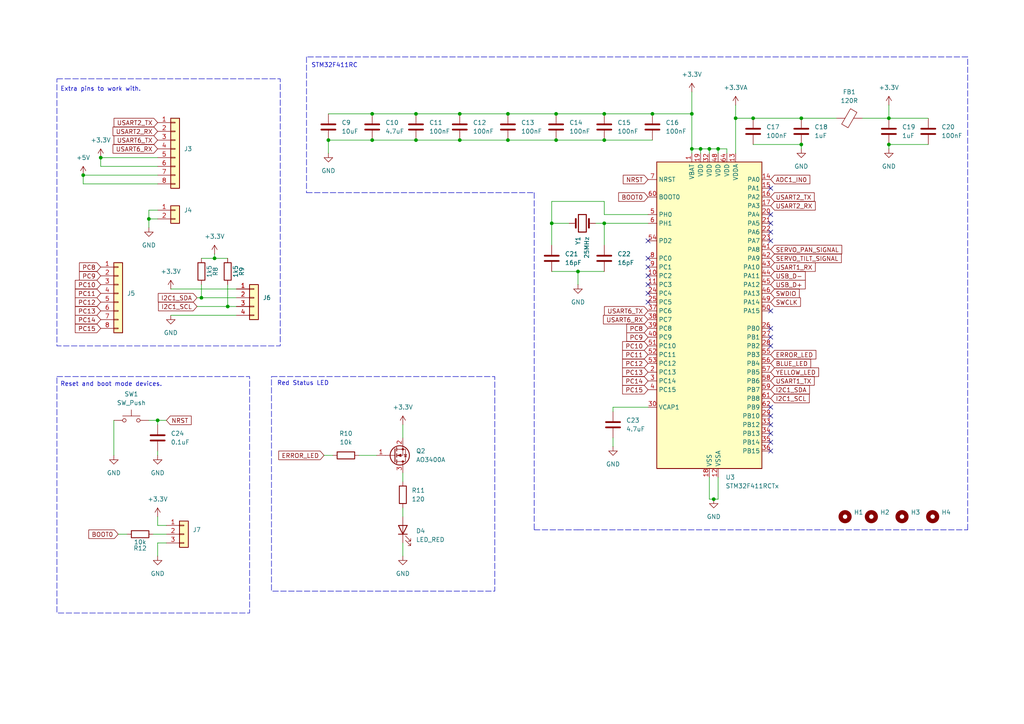
<source format=kicad_sch>
(kicad_sch (version 20250114) (generator "eeschema") (generator_version "9.0")
  (paper "A4")
  (title_block (title "Main STM32F411") (date "2025-09-15") (rev "R1.0") (company "Cedric Roghi"))
  (lib_symbols
    (symbol "Connector_Generic:Conn_01x02" (pin_names (offset 1.016) (hide yes))
      (property "Reference" "J" (at 0 2.54 0))
      (property "Value" "Conn_01x02" (at 0 -5.08 0))
      (symbol "Conn_01x02_1_1"
        (rectangle (start -1.27 1.27) (end 1.27 -3.81) (stroke (width 0.254)) (fill (type background)))
        (rectangle (start -1.27 0.127) (end 0 -0.127) (stroke (width 0.1524)))
        (rectangle (start -1.27 -2.413) (end 0 -2.667) (stroke (width 0.1524)))
        (pin passive line (at -5.08 0 0) (length 3.81) (name "Pin_1") (number "1"))
        (pin passive line (at -5.08 -2.54 0) (length 3.81) (name "Pin_2") (number "2"))
      )
    )
    (symbol "Connector_Generic:Conn_01x03" (pin_names (offset 1.016) (hide yes))
      (property "Reference" "J" (at 0 5.08 0))
      (property "Value" "Conn_01x03" (at 0 -5.08 0))
      (symbol "Conn_01x03_1_1"
        (rectangle (start -1.27 3.81) (end 1.27 -3.81) (stroke (width 0.254)) (fill (type background)))
        (rectangle (start -1.27 2.667) (end 0 2.413) (stroke (width 0.1524)))
        (rectangle (start -1.27 0.127) (end 0 -0.127) (stroke (width 0.1524)))
        (rectangle (start -1.27 -2.413) (end 0 -2.667) (stroke (width 0.1524)))
        (pin passive line (at -5.08 2.54 0) (length 3.81) (name "Pin_1") (number "1"))
        (pin passive line (at -5.08 0 0) (length 3.81) (name "Pin_2") (number "2"))
        (pin passive line (at -5.08 -2.54 0) (length 3.81) (name "Pin_3") (number "3"))
      )
    )
    (symbol "Connector_Generic:Conn_01x04" (pin_names (offset 1.016) (hide yes))
      (property "Reference" "J" (at 0 5.08 0))
      (property "Value" "Conn_01x04" (at 0 -7.62 0))
      (symbol "Conn_01x04_1_1"
        (rectangle (start -1.27 3.81) (end 1.27 -6.35) (stroke (width 0.254)) (fill (type background)))
        (rectangle (start -1.27 2.667) (end 0 2.413) (stroke (width 0.1524)))
        (rectangle (start -1.27 0.127) (end 0 -0.127) (stroke (width 0.1524)))
        (rectangle (start -1.27 -2.413) (end 0 -2.667) (stroke (width 0.1524)))
        (rectangle (start -1.27 -4.953) (end 0 -5.207) (stroke (width 0.1524)))
        (pin passive line (at -5.08 2.54 0) (length 3.81) (name "Pin_1") (number "1"))
        (pin passive line (at -5.08 0 0) (length 3.81) (name "Pin_2") (number "2"))
        (pin passive line (at -5.08 -2.54 0) (length 3.81) (name "Pin_3") (number "3"))
        (pin passive line (at -5.08 -5.08 0) (length 3.81) (name "Pin_4") (number "4"))
      )
    )
    (symbol "Connector_Generic:Conn_01x08" (pin_names (offset 1.016) (hide yes))
      (property "Reference" "J" (at 0 10.16 0))
      (property "Value" "Conn_01x08" (at 0 -12.7 0))
      (symbol "Conn_01x08_1_1"
        (rectangle (start -1.27 8.89) (end 1.27 -11.43) (stroke (width 0.254)) (fill (type background)))
        (rectangle (start -1.27 7.747) (end 0 7.493) (stroke (width 0.1524)))
        (rectangle (start -1.27 5.207) (end 0 4.953) (stroke (width 0.1524)))
        (rectangle (start -1.27 2.667) (end 0 2.413) (stroke (width 0.1524)))
        (rectangle (start -1.27 0.127) (end 0 -0.127) (stroke (width 0.1524)))
        (rectangle (start -1.27 -2.413) (end 0 -2.667) (stroke (width 0.1524)))
        (rectangle (start -1.27 -4.953) (end 0 -5.207) (stroke (width 0.1524)))
        (rectangle (start -1.27 -7.493) (end 0 -7.747) (stroke (width 0.1524)))
        (rectangle (start -1.27 -10.033) (end 0 -10.287) (stroke (width 0.1524)))
        (pin passive line (at -5.08 7.62 0) (length 3.81) (name "Pin_1") (number "1"))
        (pin passive line (at -5.08 5.08 0) (length 3.81) (name "Pin_2") (number "2"))
        (pin passive line (at -5.08 2.54 0) (length 3.81) (name "Pin_3") (number "3"))
        (pin passive line (at -5.08 0 0) (length 3.81) (name "Pin_4") (number "4"))
        (pin passive line (at -5.08 -2.54 0) (length 3.81) (name "Pin_5") (number "5"))
        (pin passive line (at -5.08 -5.08 0) (length 3.81) (name "Pin_6") (number "6"))
        (pin passive line (at -5.08 -7.62 0) (length 3.81) (name "Pin_7") (number "7"))
        (pin passive line (at -5.08 -10.16 0) (length 3.81) (name "Pin_8") (number "8"))
      )
    )
    (symbol "Device:C" (pin_numbers (hide yes)) (pin_names (offset 0.254))
      (property "Reference" "C" (at 0.635 2.54 0))
      (property "Value" "C" (at 0.635 -2.54 0))
      (symbol "C_0_1"
        (polyline (pts (xy -2.032 0.762) (xy 2.032 0.762)) (stroke (width 0.508)))
        (polyline (pts (xy -2.032 -0.762) (xy 2.032 -0.762)) (stroke (width 0.508)))
      )
      (symbol "C_1_1"
        (pin passive line (at 0 3.81 270) (length 2.794) (name "~") (number "1"))
        (pin passive line (at 0 -3.81 90) (length 2.794) (name "~") (number "2"))
      )
    )
    (symbol "Device:Crystal" (pin_numbers (hide yes)) (pin_names (offset 1.016) (hide yes))
      (property "Reference" "Y" (at 0 3.81 0))
      (property "Value" "Crystal" (at 0 -3.81 0))
      (symbol "Crystal_0_1"
        (polyline (pts (xy -2.54 0) (xy -1.905 0)))
        (polyline (pts (xy -1.905 -1.27) (xy -1.905 1.27)) (stroke (width 0.508)))
        (rectangle (start -1.143 2.54) (end 1.143 -2.54) (stroke (width 0.3048)))
        (polyline (pts (xy 1.905 -1.27) (xy 1.905 1.27)) (stroke (width 0.508)))
        (polyline (pts (xy 2.54 0) (xy 1.905 0)))
      )
      (symbol "Crystal_1_1"
        (pin passive line (at -3.81 0 0) (length 1.27) (name "1") (number "1"))
        (pin passive line (at 3.81 0 180) (length 1.27) (name "2") (number "2"))
      )
    )
    (symbol "Device:FerriteBead" (pin_numbers (hide yes)) (pin_names (offset 0))
      (property "Reference" "FB" (at -3.81 0.635 90))
      (property "Value" "FerriteBead" (at 3.81 0 90))
      (symbol "FerriteBead_0_1"
        (polyline (pts (xy -2.7686 0.4064) (xy -1.7018 2.2606) (xy 2.7686 -0.3048) (xy 1.6764 -2.159) (xy -2.7686 0.4064)))
        (polyline (pts (xy 0 1.27) (xy 0 1.2954)))
        (polyline (pts (xy 0 -1.27) (xy 0 -1.2192)))
      )
      (symbol "FerriteBead_1_1"
        (pin passive line (at 0 3.81 270) (length 2.54) (name "~") (number "1"))
        (pin passive line (at 0 -3.81 90) (length 2.54) (name "~") (number "2"))
      )
    )
    (symbol "Device:LED" (pin_numbers (hide yes)) (pin_names (offset 1.016) (hide yes))
      (property "Reference" "D" (at 0 2.54 0))
      (property "Value" "LED" (at 0 -2.54 0))
      (symbol "LED_0_1"
        (polyline (pts (xy -3.048 -0.762) (xy -4.572 -2.286) (xy -3.81 -2.286) (xy -4.572 -2.286) (xy -4.572 -1.524)))
        (polyline (pts (xy -1.778 -0.762) (xy -3.302 -2.286) (xy -2.54 -2.286) (xy -3.302 -2.286) (xy -3.302 -1.524)))
        (polyline (pts (xy -1.27 0) (xy 1.27 0)))
        (polyline (pts (xy -1.27 -1.27) (xy -1.27 1.27)) (stroke (width 0.254)))
        (polyline (pts (xy 1.27 -1.27) (xy 1.27 1.27) (xy -1.27 0) (xy 1.27 -1.27)) (stroke (width 0.254)))
      )
      (symbol "LED_1_1"
        (pin passive line (at -3.81 0 0) (length 2.54) (name "K") (number "1"))
        (pin passive line (at 3.81 0 180) (length 2.54) (name "A") (number "2"))
      )
    )
    (symbol "Device:R" (pin_numbers (hide yes)) (pin_names (offset 0))
      (property "Reference" "R" (at 2.032 0 90))
      (property "Value" "R" (at 0 0 90))
      (symbol "R_0_1"
        (rectangle (start -1.016 -2.54) (end 1.016 2.54) (stroke (width 0.254)))
      )
      (symbol "R_1_1"
        (pin passive line (at 0 3.81 270) (length 1.27) (name "~") (number "1"))
        (pin passive line (at 0 -3.81 90) (length 1.27) (name "~") (number "2"))
      )
    )
    (symbol "MCU_ST_STM32F4:STM32F411RCTx"
      (property "Reference" "U" (at -15.24 46.99 0))
      (property "Value" "STM32F411RCTx" (at 10.16 46.99 0))
      (symbol "STM32F411RCTx_0_1"
        (rectangle (start -15.24 -43.18) (end 15.24 45.72) (stroke (width 0.254)) (fill (type background)))
      )
      (symbol "STM32F411RCTx_1_1"
        (pin input line (at -17.78 40.64 0) (length 2.54) (name "NRST") (number "7"))
        (pin input line (at -17.78 35.56 0) (length 2.54) (name "BOOT0") (number "60"))
        (pin bidirectional line (at -17.78 30.48 0) (length 2.54) (name "PH0") (number "5"))
        (pin bidirectional line (at -17.78 27.94 0) (length 2.54) (name "PH1") (number "6"))
        (pin bidirectional line (at -17.78 22.86 0) (length 2.54) (name "PD2") (number "54"))
        (pin bidirectional line (at -17.78 17.78 0) (length 2.54) (name "PC0") (number "8"))
        (pin bidirectional line (at -17.78 15.24 0) (length 2.54) (name "PC1") (number "9"))
        (pin bidirectional line (at -17.78 12.7 0) (length 2.54) (name "PC2") (number "10"))
        (pin bidirectional line (at -17.78 10.16 0) (length 2.54) (name "PC3") (number "11"))
        (pin bidirectional line (at -17.78 7.62 0) (length 2.54) (name "PC4") (number "24"))
        (pin bidirectional line (at -17.78 5.08 0) (length 2.54) (name "PC5") (number "25"))
        (pin bidirectional line (at -17.78 2.54 0) (length 2.54) (name "PC6") (number "37"))
        (pin bidirectional line (at -17.78 0 0) (length 2.54) (name "PC7") (number "38"))
        (pin bidirectional line (at -17.78 -2.54 0) (length 2.54) (name "PC8") (number "39"))
        (pin bidirectional line (at -17.78 -5.08 0) (length 2.54) (name "PC9") (number "40"))
        (pin bidirectional line (at -17.78 -7.62 0) (length 2.54) (name "PC10") (number "51"))
        (pin bidirectional line (at -17.78 -10.16 0) (length 2.54) (name "PC11") (number "52"))
        (pin bidirectional line (at -17.78 -12.7 0) (length 2.54) (name "PC12") (number "53"))
        (pin bidirectional line (at -17.78 -15.24 0) (length 2.54) (name "PC13") (number "2"))
        (pin bidirectional line (at -17.78 -17.78 0) (length 2.54) (name "PC14") (number "3"))
        (pin bidirectional line (at -17.78 -20.32 0) (length 2.54) (name "PC15") (number "4"))
        (pin power_out line (at -17.78 -25.4 0) (length 2.54) (name "VCAP1") (number "30"))
        (pin power_in line (at -5.08 48.26 270) (length 2.54) (name "VBAT") (number "1"))
        (pin power_in line (at -2.54 48.26 270) (length 2.54) (name "VDD") (number "19"))
        (pin power_in line (at 0 48.26 270) (length 2.54) (name "VDD") (number "32"))
        (pin power_in line (at 0 -45.72 90) (length 2.54) (name "VSS") (number "18"))
        (pin passive line (at 0 -45.72 90) (length 2.54) (hide yes) (name "VSS") (number "31"))
        (pin passive line (at 0 -45.72 90) (length 2.54) (hide yes) (name "VSS") (number "47"))
        (pin passive line (at 0 -45.72 90) (length 2.54) (hide yes) (name "VSS") (number "63"))
        (pin power_in line (at 2.54 48.26 270) (length 2.54) (name "VDD") (number "48"))
        (pin power_in line (at 2.54 -45.72 90) (length 2.54) (name "VSSA") (number "12"))
        (pin power_in line (at 5.08 48.26 270) (length 2.54) (name "VDD") (number "64"))
        (pin power_in line (at 7.62 48.26 270) (length 2.54) (name "VDDA") (number "13"))
        (pin bidirectional line (at 17.78 40.64 180) (length 2.54) (name "PA0") (number "14"))
        (pin bidirectional line (at 17.78 38.1 180) (length 2.54) (name "PA1") (number "15"))
        (pin bidirectional line (at 17.78 35.56 180) (length 2.54) (name "PA2") (number "16"))
        (pin bidirectional line (at 17.78 33.02 180) (length 2.54) (name "PA3") (number "17"))
        (pin bidirectional line (at 17.78 30.48 180) (length 2.54) (name "PA4") (number "20"))
        (pin bidirectional line (at 17.78 27.94 180) (length 2.54) (name "PA5") (number "21"))
        (pin bidirectional line (at 17.78 25.4 180) (length 2.54) (name "PA6") (number "22"))
        (pin bidirectional line (at 17.78 22.86 180) (length 2.54) (name "PA7") (number "23"))
        (pin bidirectional line (at 17.78 20.32 180) (length 2.54) (name "PA8") (number "41"))
        (pin bidirectional line (at 17.78 17.78 180) (length 2.54) (name "PA9") (number "42"))
        (pin bidirectional line (at 17.78 15.24 180) (length 2.54) (name "PA10") (number "43"))
        (pin bidirectional line (at 17.78 12.7 180) (length 2.54) (name "PA11") (number "44"))
        (pin bidirectional line (at 17.78 10.16 180) (length 2.54) (name "PA12") (number "45"))
        (pin bidirectional line (at 17.78 7.62 180) (length 2.54) (name "PA13") (number "46"))
        (pin bidirectional line (at 17.78 5.08 180) (length 2.54) (name "PA14") (number "49"))
        (pin bidirectional line (at 17.78 2.54 180) (length 2.54) (name "PA15") (number "50"))
        (pin bidirectional line (at 17.78 -2.54 180) (length 2.54) (name "PB0") (number "26"))
        (pin bidirectional line (at 17.78 -5.08 180) (length 2.54) (name "PB1") (number "27"))
        (pin bidirectional line (at 17.78 -7.62 180) (length 2.54) (name "PB2") (number "28"))
        (pin bidirectional line (at 17.78 -10.16 180) (length 2.54) (name "PB3") (number "55"))
        (pin bidirectional line (at 17.78 -12.7 180) (length 2.54) (name "PB4") (number "56"))
        (pin bidirectional line (at 17.78 -15.24 180) (length 2.54) (name "PB5") (number "57"))
        (pin bidirectional line (at 17.78 -17.78 180) (length 2.54) (name "PB6") (number "58"))
        (pin bidirectional line (at 17.78 -20.32 180) (length 2.54) (name "PB7") (number "59"))
        (pin bidirectional line (at 17.78 -22.86 180) (length 2.54) (name "PB8") (number "61"))
        (pin bidirectional line (at 17.78 -25.4 180) (length 2.54) (name "PB9") (number "62"))
        (pin bidirectional line (at 17.78 -27.94 180) (length 2.54) (name "PB10") (number "29"))
        (pin bidirectional line (at 17.78 -30.48 180) (length 2.54) (name "PB12") (number "33"))
        (pin bidirectional line (at 17.78 -33.02 180) (length 2.54) (name "PB13") (number "34"))
        (pin bidirectional line (at 17.78 -35.56 180) (length 2.54) (name "PB14") (number "35"))
        (pin bidirectional line (at 17.78 -38.1 180) (length 2.54) (name "PB15") (number "36"))
      )
    )
    (symbol "Mechanical:MountingHole" (pin_names (offset 1.016)) (in_bom no)
      (property "Reference" "H" (at 0 5.08 0))
      (property "Value" "MountingHole" (at 0 3.175 0))
      (symbol "MountingHole_0_1"
        (circle (center 0 0) (radius 1.27) (stroke (width 1.27)))
      )
    )
    (symbol "Switch:SW_Push" (pin_numbers (hide yes)) (pin_names (offset 1.016) (hide yes))
      (property "Reference" "SW" (at 1.27 2.54 0))
      (property "Value" "SW_Push" (at 0 -1.524 0))
      (symbol "SW_Push_0_1"
        (circle (center -2.032 0) (radius 0.508))
        (polyline (pts (xy 0 1.27) (xy 0 3.048)))
        (circle (center 2.032 0) (radius 0.508))
        (polyline (pts (xy 2.54 1.27) (xy -2.54 1.27)))
        (pin passive line (at -5.08 0 0) (length 2.54) (name "1") (number "1"))
        (pin passive line (at 5.08 0 180) (length 2.54) (name "2") (number "2"))
      )
    )
    (symbol "Transistor_FET:AO3400A" (pin_names (offset 0) (hide yes))
      (property "Reference" "Q" (at 5.08 1.905 0))
      (property "Value" "AO3400A" (at 5.08 0 0))
      (symbol "AO3400A_0_1"
        (polyline (pts (xy 0.254 1.905) (xy 0.254 -1.905)) (stroke (width 0.254)))
        (polyline (pts (xy 0.254 0) (xy -2.54 0)))
        (polyline (pts (xy 0.762 2.286) (xy 0.762 1.27)) (stroke (width 0.254)))
        (polyline (pts (xy 0.762 0.508) (xy 0.762 -0.508)) (stroke (width 0.254)))
        (polyline (pts (xy 0.762 -1.27) (xy 0.762 -2.286)) (stroke (width 0.254)))
        (polyline (pts (xy 0.762 -1.778) (xy 3.302 -1.778) (xy 3.302 1.778) (xy 0.762 1.778)))
        (polyline (pts (xy 1.016 0) (xy 2.032 0.381) (xy 2.032 -0.381) (xy 1.016 0)) (fill (type outline)))
        (circle (center 1.651 0) (radius 2.794) (stroke (width 0.254)))
        (polyline (pts (xy 2.54 2.54) (xy 2.54 1.778)))
        (circle (center 2.54 1.778) (radius 0.254) (fill (type outline)))
        (circle (center 2.54 -1.778) (radius 0.254) (fill (type outline)))
        (polyline (pts (xy 2.54 -2.54) (xy 2.54 0) (xy 0.762 0)))
        (polyline (pts (xy 2.921 0.381) (xy 3.683 0.381)))
        (polyline (pts (xy 3.302 0.381) (xy 2.921 -0.254) (xy 3.683 -0.254) (xy 3.302 0.381)))
      )
      (symbol "AO3400A_1_1"
        (pin input line (at -5.08 0 0) (length 2.54) (name "G") (number "1"))
        (pin passive line (at 2.54 5.08 270) (length 2.54) (name "D") (number "3"))
        (pin passive line (at 2.54 -5.08 90) (length 2.54) (name "S") (number "2"))
      )
    )
    (symbol "power:+3.3V" (power) (pin_numbers (hide yes)) (pin_names (offset 0) (hide yes))
      (property "Value" "+3.3V" (at 0 3.556 0))
      (symbol "+3.3V_0_1"
        (polyline (pts (xy -0.762 1.27) (xy 0 2.54)))
        (polyline (pts (xy 0 2.54) (xy 0.762 1.27)))
        (polyline (pts (xy 0 0) (xy 0 2.54)))
      )
      (symbol "+3.3V_1_1"
        (pin power_in line (at 0 0 90) (length 0) (name "~") (number "1"))
      )
    )
    (symbol "power:+3.3VA" (power) (pin_numbers (hide yes)) (pin_names (offset 0) (hide yes))
      (property "Value" "+3.3VA" (at 0 3.556 0))
      (symbol "+3.3VA_0_1"
        (polyline (pts (xy -0.762 1.27) (xy 0 2.54)))
        (polyline (pts (xy 0 2.54) (xy 0.762 1.27)))
        (polyline (pts (xy 0 0) (xy 0 2.54)))
      )
      (symbol "+3.3VA_1_1"
        (pin power_in line (at 0 0 90) (length 0) (name "~") (number "1"))
      )
    )
    (symbol "power:+5V" (power) (pin_numbers (hide yes)) (pin_names (offset 0) (hide yes))
      (property "Value" "+5V" (at 0 3.556 0))
      (symbol "+5V_0_1"
        (polyline (pts (xy -0.762 1.27) (xy 0 2.54)))
        (polyline (pts (xy 0 2.54) (xy 0.762 1.27)))
        (polyline (pts (xy 0 0) (xy 0 2.54)))
      )
      (symbol "+5V_1_1"
        (pin power_in line (at 0 0 90) (length 0) (name "~") (number "1"))
      )
    )
    (symbol "power:GND" (power) (pin_numbers (hide yes)) (pin_names (offset 0) (hide yes))
      (property "Value" "GND" (at 0 -3.81 0))
      (symbol "GND_0_1"
        (polyline (pts (xy 0 0) (xy 0 -1.27) (xy 1.27 -1.27) (xy 0 -2.54) (xy -1.27 -1.27) (xy 0 -1.27)))
      )
      (symbol "GND_1_1"
        (pin power_in line (at 0 0 270) (length 0) (name "~") (number "1"))
      )
    )
  )
  (rectangle (start 78.74 109.22) (end 143.51 171.45) (stroke (width 0) (type dash)))
  (rectangle (start 16.51 109.22) (end 72.39 177.8) (stroke (width 0) (type dash)))
  (rectangle (start 16.51 22.86) (end 81.28 100.33) (stroke (width 0) (type dash)))
  (text "Extra pins to work with." (at 29.21 25.908 0) (effects (font (size 1.27 1.27))))
  (text "Red Status LED" (at 87.884 111.252 0) (effects (font (size 1.27 1.27))))
  (text "STM32F411RC" (at 97.028 19.05 0) (effects (font (size 1.27 1.27))))
  (text "Reset and boot mode devices." (at 32.258 111.506 0) (effects (font (size 1.27 1.27))))
  (junction (at 161.29 33.02))
  (junction (at 167.64 78.74))
  (junction (at 58.42 86.36))
  (junction (at 257.81 41.91))
  (junction (at 147.32 33.02))
  (junction (at 24.13 50.8))
  (junction (at 120.65 40.64))
  (junction (at 147.32 40.64))
  (junction (at 232.41 34.29))
  (junction (at 45.72 121.92))
  (junction (at 175.26 40.64))
  (junction (at 200.66 33.02))
  (junction (at 62.23 74.93))
  (junction (at 257.81 34.29))
  (junction (at 189.23 33.02))
  (junction (at 205.74 43.18))
  (junction (at 66.04 88.9))
  (junction (at 175.26 64.77))
  (junction (at 160.02 64.77))
  (junction (at 200.66 43.18))
  (junction (at 120.65 33.02))
  (junction (at 213.36 34.29))
  (junction (at 208.28 43.18))
  (junction (at 161.29 40.64))
  (junction (at 203.2 43.18))
  (junction (at 107.95 33.02))
  (junction (at 107.95 40.64))
  (junction (at 29.21 45.72))
  (junction (at 207.01 144.78))
  (junction (at 133.35 33.02))
  (junction (at 95.25 40.64))
  (junction (at 232.41 41.91))
  (junction (at 133.35 40.64))
  (junction (at 43.18 63.5))
  (junction (at 175.26 33.02))
  (junction (at 218.44 34.29))
  (no_connect (at 223.52 69.85))
  (no_connect (at 187.96 80.01))
  (no_connect (at 187.96 82.55))
  (no_connect (at 223.52 123.19))
  (no_connect (at 223.52 90.17))
  (no_connect (at 223.52 67.31))
  (no_connect (at 223.52 118.11))
  (no_connect (at 187.96 85.09))
  (no_connect (at 187.96 74.93))
  (no_connect (at 223.52 62.23))
  (no_connect (at 223.52 64.77))
  (no_connect (at 223.52 120.65))
  (no_connect (at 223.52 100.33))
  (no_connect (at 187.96 69.85))
  (no_connect (at 223.52 97.79))
  (no_connect (at 223.52 128.27))
  (no_connect (at 187.96 77.47))
  (no_connect (at 223.52 130.81))
  (no_connect (at 223.52 95.25))
  (no_connect (at 223.52 125.73))
  (no_connect (at 187.96 87.63))
  (no_connect (at 223.52 54.61))
  (wire (pts (xy 161.29 33.02) (xy 175.26 33.02)))
  (wire (pts (xy 95.25 40.64) (xy 95.25 44.45)))
  (wire (pts (xy 45.72 53.34) (xy 24.13 53.34)))
  (wire (pts (xy 66.04 74.93) (xy 62.23 74.93)))
  (polyline (pts (xy 154.94 55.88) (xy 154.94 153.67)) (stroke (width 0) (type dash)))
  (wire (pts (xy 175.26 64.77) (xy 175.26 71.12)))
  (wire (pts (xy 257.81 30.48) (xy 257.81 34.29)))
  (wire (pts (xy 45.72 130.81) (xy 45.72 132.08)))
  (wire (pts (xy 116.84 157.48) (xy 116.84 161.29)))
  (wire (pts (xy 203.2 43.18) (xy 200.66 43.18)))
  (wire (pts (xy 160.02 64.77) (xy 160.02 71.12)))
  (wire (pts (xy 232.41 41.91) (xy 232.41 43.18)))
  (wire (pts (xy 49.53 91.44) (xy 68.58 91.44)))
  (wire (pts (xy 120.65 33.02) (xy 133.35 33.02)))
  (wire (pts (xy 107.95 40.64) (xy 120.65 40.64)))
  (wire (pts (xy 208.28 43.18) (xy 208.28 44.45)))
  (wire (pts (xy 213.36 34.29) (xy 213.36 44.45)))
  (wire (pts (xy 189.23 33.02) (xy 200.66 33.02)))
  (wire (pts (xy 33.02 121.92) (xy 33.02 132.08)))
  (wire (pts (xy 120.65 40.64) (xy 133.35 40.64)))
  (wire (pts (xy 147.32 33.02) (xy 161.29 33.02)))
  (wire (pts (xy 175.26 58.42) (xy 160.02 58.42)))
  (wire (pts (xy 116.84 123.19) (xy 116.84 127)))
  (polyline (pts (xy 167.64 153.67) (xy 280.67 153.67)) (stroke (width 0) (type dash)))
  (wire (pts (xy 187.96 62.23) (xy 175.26 62.23)))
  (wire (pts (xy 175.26 62.23) (xy 175.26 58.42)))
  (wire (pts (xy 29.21 48.26) (xy 29.21 45.72)))
  (wire (pts (xy 187.96 118.11) (xy 177.8 118.11)))
  (wire (pts (xy 48.26 152.4) (xy 45.72 152.4)))
  (wire (pts (xy 43.18 63.5) (xy 43.18 66.04)))
  (wire (pts (xy 43.18 121.92) (xy 45.72 121.92)))
  (wire (pts (xy 257.81 41.91) (xy 269.24 41.91)))
  (wire (pts (xy 43.18 60.96) (xy 43.18 63.5)))
  (polyline (pts (xy 154.94 153.67) (xy 167.64 153.67)) (stroke (width 0) (type dash)))
  (wire (pts (xy 45.72 152.4) (xy 45.72 149.86)))
  (wire (pts (xy 232.41 34.29) (xy 242.57 34.29)))
  (wire (pts (xy 116.84 137.16) (xy 116.84 139.7)))
  (wire (pts (xy 147.32 40.64) (xy 161.29 40.64)))
  (wire (pts (xy 29.21 45.72) (xy 45.72 45.72)))
  (wire (pts (xy 213.36 34.29) (xy 218.44 34.29)))
  (wire (pts (xy 175.26 40.64) (xy 189.23 40.64)))
  (wire (pts (xy 175.26 33.02) (xy 189.23 33.02)))
  (wire (pts (xy 175.26 64.77) (xy 187.96 64.77)))
  (wire (pts (xy 107.95 33.02) (xy 120.65 33.02)))
  (wire (pts (xy 45.72 63.5) (xy 43.18 63.5)))
  (wire (pts (xy 48.26 157.48) (xy 45.72 157.48)))
  (wire (pts (xy 200.66 43.18) (xy 200.66 44.45)))
  (wire (pts (xy 133.35 33.02) (xy 147.32 33.02)))
  (wire (pts (xy 45.72 121.92) (xy 45.72 123.19)))
  (wire (pts (xy 208.28 138.43) (xy 208.28 144.78)))
  (wire (pts (xy 104.14 132.08) (xy 109.22 132.08)))
  (wire (pts (xy 24.13 50.8) (xy 45.72 50.8)))
  (wire (pts (xy 160.02 64.77) (xy 165.1 64.77)))
  (wire (pts (xy 58.42 74.93) (xy 62.23 74.93)))
  (wire (pts (xy 172.72 64.77) (xy 175.26 64.77)))
  (wire (pts (xy 66.04 88.9) (xy 68.58 88.9)))
  (wire (pts (xy 177.8 127) (xy 177.8 129.54)))
  (wire (pts (xy 58.42 82.55) (xy 58.42 86.36)))
  (wire (pts (xy 218.44 41.91) (xy 232.41 41.91)))
  (wire (pts (xy 160.02 58.42) (xy 160.02 64.77)))
  (wire (pts (xy 205.74 43.18) (xy 205.74 44.45)))
  (wire (pts (xy 250.19 34.29) (xy 257.81 34.29)))
  (wire (pts (xy 95.25 33.02) (xy 107.95 33.02)))
  (wire (pts (xy 177.8 118.11) (xy 177.8 119.38)))
  (wire (pts (xy 93.98 132.08) (xy 96.52 132.08)))
  (wire (pts (xy 203.2 43.18) (xy 203.2 44.45)))
  (wire (pts (xy 160.02 78.74) (xy 167.64 78.74)))
  (wire (pts (xy 45.72 157.48) (xy 45.72 161.29)))
  (polyline (pts (xy 280.67 16.51) (xy 88.9 16.51)) (stroke (width 0) (type dash)))
  (polyline (pts (xy 280.67 153.67) (xy 280.67 16.51)) (stroke (width 0) (type dash)))
  (wire (pts (xy 36.83 154.94) (xy 34.29 154.94)))
  (wire (pts (xy 45.72 60.96) (xy 43.18 60.96)))
  (wire (pts (xy 116.84 147.32) (xy 116.84 149.86)))
  (wire (pts (xy 205.74 43.18) (xy 203.2 43.18)))
  (polyline (pts (xy 88.9 55.88) (xy 154.94 55.88)) (stroke (width 0) (type dash)))
  (wire (pts (xy 205.74 138.43) (xy 205.74 144.78)))
  (wire (pts (xy 210.82 43.18) (xy 208.28 43.18)))
  (wire (pts (xy 58.42 86.36) (xy 68.58 86.36)))
  (wire (pts (xy 49.53 83.82) (xy 68.58 83.82)))
  (wire (pts (xy 208.28 43.18) (xy 205.74 43.18)))
  (wire (pts (xy 200.66 33.02) (xy 200.66 43.18)))
  (wire (pts (xy 218.44 34.29) (xy 232.41 34.29)))
  (wire (pts (xy 66.04 82.55) (xy 66.04 88.9)))
  (wire (pts (xy 213.36 30.48) (xy 213.36 34.29)))
  (wire (pts (xy 62.23 74.93) (xy 62.23 73.66)))
  (wire (pts (xy 208.28 144.78) (xy 207.01 144.78)))
  (wire (pts (xy 133.35 40.64) (xy 147.32 40.64)))
  (wire (pts (xy 57.15 86.36) (xy 58.42 86.36)))
  (wire (pts (xy 57.15 88.9) (xy 66.04 88.9)))
  (wire (pts (xy 257.81 34.29) (xy 269.24 34.29)))
  (wire (pts (xy 210.82 44.45) (xy 210.82 43.18)))
  (wire (pts (xy 167.64 78.74) (xy 167.64 82.55)))
  (wire (pts (xy 95.25 40.64) (xy 107.95 40.64)))
  (wire (pts (xy 205.74 144.78) (xy 207.01 144.78)))
  (wire (pts (xy 175.26 78.74) (xy 167.64 78.74)))
  (wire (pts (xy 161.29 40.64) (xy 175.26 40.64)))
  (wire (pts (xy 200.66 26.67) (xy 200.66 33.02)))
  (wire (pts (xy 24.13 53.34) (xy 24.13 50.8)))
  (wire (pts (xy 45.72 48.26) (xy 29.21 48.26)))
  (polyline (pts (xy 88.9 16.51) (xy 88.9 55.88)) (stroke (width 0) (type dash)))
  (wire (pts (xy 45.72 121.92) (xy 48.26 121.92)))
  (wire (pts (xy 257.81 41.91) (xy 257.81 43.18)))
  (wire (pts (xy 44.45 154.94) (xy 48.26 154.94)))
  (global_label "PC13" (shape input) (at 29.21 90.17 180) (property "Intersheetrefs" "${INTERSHEET_REFS}" (effects (hide yes))))
  (global_label "USART6_TX" (shape input) (at 45.72 40.64 180) (property "Intersheetrefs" "${INTERSHEET_REFS}" (effects (hide yes))))
  (global_label "USART1_TX" (shape input) (at 223.52 110.49 0) (property "Intersheetrefs" "${INTERSHEET_REFS}" (effects (hide yes))))
  (global_label "USART2_RX" (shape input) (at 45.72 38.1 180) (property "Intersheetrefs" "${INTERSHEET_REFS}" (effects (hide yes))))
  (global_label "USB_D-" (shape input) (at 223.52 80.01 0) (property "Intersheetrefs" "${INTERSHEET_REFS}" (effects (hide yes))))
  (global_label "PC10" (shape input) (at 29.21 82.55 180) (property "Intersheetrefs" "${INTERSHEET_REFS}" (effects (hide yes))))
  (global_label "PC12" (shape input) (at 29.21 87.63 180) (property "Intersheetrefs" "${INTERSHEET_REFS}" (effects (hide yes))))
  (global_label "I2C1_SCL" (shape input) (at 223.52 115.57 0) (property "Intersheetrefs" "${INTERSHEET_REFS}" (effects (hide yes))))
  (global_label "PC14" (shape input) (at 187.96 110.49 180) (property "Intersheetrefs" "${INTERSHEET_REFS}" (effects (hide yes))))
  (global_label "PC15" (shape input) (at 29.21 95.25 180) (property "Intersheetrefs" "${INTERSHEET_REFS}" (effects (hide yes))))
  (global_label "USART6_TX" (shape input) (at 187.96 90.17 180) (property "Intersheetrefs" "${INTERSHEET_REFS}" (effects (hide yes))))
  (global_label "PC8" (shape input) (at 29.21 77.47 180) (property "Intersheetrefs" "${INTERSHEET_REFS}" (effects (hide yes))))
  (global_label "PC14" (shape input) (at 29.21 92.71 180) (property "Intersheetrefs" "${INTERSHEET_REFS}" (effects (hide yes))))
  (global_label "PC12" (shape input) (at 187.96 105.41 180) (property "Intersheetrefs" "${INTERSHEET_REFS}" (effects (hide yes))))
  (global_label "YELLOW_LED" (shape input) (at 223.52 107.95 0) (property "Intersheetrefs" "${INTERSHEET_REFS}" (effects (hide yes))))
  (global_label "USART2_RX" (shape input) (at 223.52 59.69 0) (property "Intersheetrefs" "${INTERSHEET_REFS}" (effects (hide yes))))
  (global_label "NRST" (shape input) (at 48.26 121.92 0) (property "Intersheetrefs" "${INTERSHEET_REFS}" (effects (hide yes))))
  (global_label "PC11" (shape input) (at 29.21 85.09 180) (property "Intersheetrefs" "${INTERSHEET_REFS}" (effects (hide yes))))
  (global_label "I2C1_SCL" (shape input) (at 57.15 88.9 180) (property "Intersheetrefs" "${INTERSHEET_REFS}" (effects (hide yes))))
  (global_label "PC8" (shape input) (at 187.96 95.25 180) (property "Intersheetrefs" "${INTERSHEET_REFS}" (effects (hide yes))))
  (global_label "PC15" (shape input) (at 187.96 113.03 180) (property "Intersheetrefs" "${INTERSHEET_REFS}" (effects (hide yes))))
  (global_label "SERVO_TILT_SIGNAL" (shape input) (at 223.52 74.93 0) (property "Intersheetrefs" "${INTERSHEET_REFS}" (effects (hide yes))))
  (global_label "I2C1_SDA" (shape input) (at 57.15 86.36 180) (property "Intersheetrefs" "${INTERSHEET_REFS}" (effects (hide yes))))
  (global_label "USB_D+" (shape input) (at 223.52 82.55 0) (property "Intersheetrefs" "${INTERSHEET_REFS}" (effects (hide yes))))
  (global_label "ERROR_LED" (shape input) (at 93.98 132.08 180) (property "Intersheetrefs" "${INTERSHEET_REFS}" (effects (hide yes))))
  (global_label "BOOT0" (shape input) (at 187.96 57.15 180) (property "Intersheetrefs" "${INTERSHEET_REFS}" (effects (hide yes))))
  (global_label "PC9" (shape input) (at 29.21 80.01 180) (property "Intersheetrefs" "${INTERSHEET_REFS}" (effects (hide yes))))
  (global_label "PC11" (shape input) (at 187.96 102.87 180) (property "Intersheetrefs" "${INTERSHEET_REFS}" (effects (hide yes))))
  (global_label "PC10" (shape input) (at 187.96 100.33 180) (property "Intersheetrefs" "${INTERSHEET_REFS}" (effects (hide yes))))
  (global_label "I2C1_SDA" (shape input) (at 223.52 113.03 0) (property "Intersheetrefs" "${INTERSHEET_REFS}" (effects (hide yes))))
  (global_label "SWDIO" (shape input) (at 223.52 85.09 0) (property "Intersheetrefs" "${INTERSHEET_REFS}" (effects (hide yes))))
  (global_label "NRST" (shape input) (at 187.96 52.07 180) (property "Intersheetrefs" "${INTERSHEET_REFS}" (effects (hide yes))))
  (global_label "USART1_RX" (shape input) (at 223.52 77.47 0) (property "Intersheetrefs" "${INTERSHEET_REFS}" (effects (hide yes))))
  (global_label "USART2_TX" (shape input) (at 45.72 35.56 180) (property "Intersheetrefs" "${INTERSHEET_REFS}" (effects (hide yes))))
  (global_label "USART2_TX" (shape input) (at 223.52 57.15 0) (property "Intersheetrefs" "${INTERSHEET_REFS}" (effects (hide yes))))
  (global_label "SWCLK" (shape input) (at 223.52 87.63 0) (property "Intersheetrefs" "${INTERSHEET_REFS}" (effects (hide yes))))
  (global_label "PC9" (shape input) (at 187.96 97.79 180) (property "Intersheetrefs" "${INTERSHEET_REFS}" (effects (hide yes))))
  (global_label "USART6_RX" (shape input) (at 187.96 92.71 180) (property "Intersheetrefs" "${INTERSHEET_REFS}" (effects (hide yes))))
  (global_label "BOOT0" (shape input) (at 34.29 154.94 180) (property "Intersheetrefs" "${INTERSHEET_REFS}" (effects (hide yes))))
  (global_label "SERVO_PAN_SIGNAL" (shape input) (at 223.52 72.39 0) (property "Intersheetrefs" "${INTERSHEET_REFS}" (effects (hide yes))))
  (global_label "PC13" (shape input) (at 187.96 107.95 180) (property "Intersheetrefs" "${INTERSHEET_REFS}" (effects (hide yes))))
  (global_label "ERROR_LED" (shape input) (at 223.52 102.87 0) (property "Intersheetrefs" "${INTERSHEET_REFS}" (effects (hide yes))))
  (global_label "ADC1_IN0" (shape input) (at 223.52 52.07 0) (property "Intersheetrefs" "${INTERSHEET_REFS}" (effects (hide yes))))
  (global_label "USART6_RX" (shape input) (at 45.72 43.18 180) (property "Intersheetrefs" "${INTERSHEET_REFS}" (effects (hide yes))))
  (global_label "BLUE_LED" (shape input) (at 223.52 105.41 0) (property "Intersheetrefs" "${INTERSHEET_REFS}" (effects (hide yes))))
  (symbol (lib_id "power:+3.3V") (at 29.21 45.72 0) (unit 1)
    (property "Reference" "#PWR025" (effects (hide yes)))
    (property "Value" "+3.3V" (at 29.21 40.64 0))
    (property "Description" "Power symbol creates a global label with name \"+3.3V\"" (effects (hide yes)))
  )
  (symbol (lib_id "Connector_Generic:Conn_01x04") (at 73.66 86.36 0) (unit 1)
    (property "Reference" "J6" (at 76.2 86.3599 0) (effects (justify left)))
    (property "Value" "Conn_01x04" (effects (hide yes)))
    (property "Footprint" "Connector_PinSocket_2.54mm:PinSocket_1x04_P2.54mm_Vertical" (effects (hide yes)))
    (property "Description" "Generic connector, single row, 01x04, script generated (kicad-library-utils/schlib/autogen/connector/)" (effects (hide yes)))
  )
  (symbol (lib_id "power:GND") (at 45.72 132.08 0) (unit 1)
    (property "Reference" "#PWR035" (effects (hide yes)))
    (property "Value" "GND" (at 45.72 137.16 0))
    (property "Description" "Power symbol creates a global label with name \"GND\" , ground" (effects (hide yes)))
  )
  (symbol (lib_id "Device:C") (at 218.44 38.1 0) (unit 1)
    (property "Reference" "C17" (at 222.25 36.8299 0) (effects (justify left)))
    (property "Value" "100nF" (at 222.25 39.3699 0) (effects (justify left)))
    (property "Footprint" "Capacitor_SMD:C_0603_1608Metric_Pad1.08x0.95mm_HandSolder" (effects (hide yes)))
    (property "Description" "Unpolarized capacitor" (effects (hide yes)))
  )
  (symbol (lib_id "Device:C") (at 257.81 38.1 0) (unit 1)
    (property "Reference" "C19" (at 261.62 36.8299 0) (effects (justify left)))
    (property "Value" "1uF" (at 261.62 39.3699 0) (effects (justify left)))
    (property "Footprint" "Capacitor_SMD:C_0603_1608Metric_Pad1.08x0.95mm_HandSolder" (effects (hide yes)))
    (property "Description" "Unpolarized capacitor" (effects (hide yes)))
  )
  (symbol (lib_id "Mechanical:MountingHole") (at 270.51 149.86 0) (unit 1) (in_bom no)
    (property "Reference" "H4" (at 273.05 148.5899 0) (effects (justify left)))
    (property "Value" "MountingHole" (effects (hide yes)))
    (property "Footprint" "MountingHole:MountingHole_2.7mm_M2.5_DIN965_Pad" (effects (hide yes)))
    (property "Description" "Mounting Hole without connection" (effects (hide yes)))
  )
  (symbol (lib_id "Device:Crystal") (at 168.91 64.77 0) (mirror y) (unit 1)
    (property "Reference" "Y1" (at 167.6399 68.58 90) (effects (justify right)))
    (property "Value" "25MHz" (at 170.1799 68.58 90) (effects (justify right)))
    (property "Footprint" "ECS_250_18_5PX_F_TR:XTAL_ECS-250-18-5PX-F-TR" (effects (hide yes)))
    (property "Description" "Two pin crystal" (effects (hide yes)))
  )
  (symbol (lib_id "Device:LED") (at 116.84 153.67 90) (unit 1)
    (property "Reference" "D4" (at 120.65 153.9874 90) (effects (justify right)))
    (property "Value" "LED_RED" (at 120.65 156.5274 90) (effects (justify right)))
    (property "Footprint" "digikey-footprints:LED_0603" (effects (hide yes)))
    (property "Description" "Light emitting diode" (effects (hide yes)))
    (property "Sim.Pins" "1=K 2=A" (effects (hide yes)))
  )
  (symbol (lib_id "Mechanical:MountingHole") (at 245.11 149.86 0) (unit 1) (in_bom no)
    (property "Reference" "H1" (at 247.65 148.5899 0) (effects (justify left)))
    (property "Value" "MountingHole" (effects (hide yes)))
    (property "Footprint" "MountingHole:MountingHole_2.7mm_M2.5_DIN965_Pad" (effects (hide yes)))
    (property "Description" "Mounting Hole without connection" (effects (hide yes)))
  )
  (symbol (lib_id "Device:R") (at 66.04 78.74 0) (mirror y) (unit 1)
    (property "Reference" "R9" (at 70.104 78.74 90))
    (property "Value" "1k5" (at 68.326 78.74 90))
    (property "Footprint" "Resistor_SMD:R_0603_1608Metric_Pad0.98x0.95mm_HandSolder" (effects (hide yes)))
    (property "Description" "Resistor" (effects (hide yes)))
  )
  (symbol (lib_id "power:GND") (at 33.02 132.08 0) (unit 1)
    (property "Reference" "#PWR034" (effects (hide yes)))
    (property "Value" "GND" (at 33.02 137.16 0))
    (property "Description" "Power symbol creates a global label with name \"GND\" , ground" (effects (hide yes)))
  )
  (symbol (lib_id "Device:C") (at 147.32 36.83 0) (unit 1)
    (property "Reference" "C13" (at 151.13 35.5599 0) (effects (justify left)))
    (property "Value" "100nF" (at 151.13 38.0999 0) (effects (justify left)))
    (property "Footprint" "Capacitor_SMD:C_0603_1608Metric_Pad1.08x0.95mm_HandSolder" (effects (hide yes)))
    (property "Description" "Unpolarized capacitor" (effects (hide yes)))
  )
  (symbol (lib_id "Device:C") (at 175.26 74.93 0) (unit 1)
    (property "Reference" "C22" (at 179.07 73.6599 0) (effects (justify left)))
    (property "Value" "16pF" (at 179.07 76.1999 0) (effects (justify left)))
    (property "Footprint" "Capacitor_SMD:C_0603_1608Metric_Pad1.08x0.95mm_HandSolder" (effects (hide yes)))
    (property "Description" "Unpolarized capacitor" (effects (hide yes)))
  )
  (symbol (lib_id "Device:C") (at 269.24 38.1 0) (unit 1)
    (property "Reference" "C20" (at 273.05 36.8299 0) (effects (justify left)))
    (property "Value" "100nF" (at 273.05 39.3699 0) (effects (justify left)))
    (property "Footprint" "Capacitor_SMD:C_0603_1608Metric_Pad1.08x0.95mm_HandSolder" (effects (hide yes)))
    (property "Description" "Unpolarized capacitor" (effects (hide yes)))
  )
  (symbol (lib_id "Device:FerriteBead") (at 246.38 34.29 90) (unit 1)
    (property "Reference" "FB1" (at 246.3292 26.67 90))
    (property "Value" "120R" (at 246.3292 29.21 90))
    (property "Footprint" "digikey-footprints:0603" (effects (hide yes)))
    (property "Description" "Ferrite bead BLM18PG121SN1" (effects (hide yes)))
  )
  (symbol (lib_id "Device:C") (at 120.65 36.83 0) (unit 1)
    (property "Reference" "C11" (at 124.46 35.5599 0) (effects (justify left)))
    (property "Value" "100nF" (at 124.46 38.0999 0) (effects (justify left)))
    (property "Footprint" "Capacitor_SMD:C_0603_1608Metric_Pad1.08x0.95mm_HandSolder" (effects (hide yes)))
    (property "Description" "Unpolarized capacitor" (effects (hide yes)))
  )
  (symbol (lib_id "power:+3.3V") (at 45.72 149.86 0) (unit 1)
    (property "Reference" "#PWR037" (effects (hide yes)))
    (property "Value" "+3.3V" (at 45.72 144.78 0))
    (property "Description" "Power symbol creates a global label with name \"+3.3V\"" (effects (hide yes)))
  )
  (symbol (lib_id "power:GND") (at 49.53 91.44 0) (unit 1)
    (property "Reference" "#PWR031" (effects (hide yes)))
    (property "Value" "GND" (at 49.53 96.52 0))
    (property "Description" "Power symbol creates a global label with name \"GND\" , ground" (effects (hide yes)))
  )
  (symbol (lib_id "power:GND") (at 45.72 161.29 0) (unit 1)
    (property "Reference" "#PWR038" (effects (hide yes)))
    (property "Value" "GND" (at 45.72 166.37 0))
    (property "Description" "Power symbol creates a global label with name \"GND\" , ground" (effects (hide yes)))
  )
  (symbol (lib_id "power:+3.3V") (at 116.84 123.19 0) (unit 1)
    (property "Reference" "#PWR032" (effects (hide yes)))
    (property "Value" "+3.3V" (at 116.84 118.11 0))
    (property "Description" "Power symbol creates a global label with name \"+3.3V\"" (effects (hide yes)))
  )
  (symbol (lib_id "Device:R") (at 116.84 143.51 0) (unit 1)
    (property "Reference" "R11" (at 119.38 142.2399 0) (effects (justify left)))
    (property "Value" "120" (at 119.38 144.7799 0) (effects (justify left)))
    (property "Footprint" "Resistor_SMD:R_0603_1608Metric_Pad0.98x0.95mm_HandSolder" (effects (hide yes)))
    (property "Description" "Resistor" (effects (hide yes)))
  )
  (symbol (lib_id "power:+3.3V") (at 49.53 83.82 0) (unit 1)
    (property "Reference" "#PWR030" (effects (hide yes)))
    (property "Value" "+3.3V" (at 49.53 78.74 0))
    (property "Description" "Power symbol creates a global label with name \"+3.3V\"" (effects (hide yes)))
  )
  (symbol (lib_id "Device:C") (at 189.23 36.83 0) (unit 1)
    (property "Reference" "C16" (at 193.04 35.5599 0) (effects (justify left)))
    (property "Value" "100nF" (at 193.04 38.0999 0) (effects (justify left)))
    (property "Footprint" "Capacitor_SMD:C_0603_1608Metric_Pad1.08x0.95mm_HandSolder" (effects (hide yes)))
    (property "Description" "Unpolarized capacitor" (effects (hide yes)))
  )
  (symbol (lib_id "power:GND") (at 207.01 144.78 0) (unit 1)
    (property "Reference" "#PWR036" (effects (hide yes)))
    (property "Value" "GND" (at 207.01 149.86 0))
    (property "Description" "Power symbol creates a global label with name \"GND\" , ground" (effects (hide yes)))
  )
  (symbol (lib_id "Switch:SW_Push") (at 38.1 121.92 0) (unit 1)
    (property "Reference" "SW1" (at 38.1 114.3 0))
    (property "Value" "SW_Push" (at 38.1 116.84 0))
    (property "Footprint" "Button_Switch_SMD:SW_SPST_EVQPE1" (effects (hide yes)))
    (property "Description" "Push button switch, generic, two pins" (effects (hide yes)))
  )
  (symbol (lib_id "power:GND") (at 95.25 44.45 0) (unit 1)
    (property "Reference" "#PWR024" (effects (hide yes)))
    (property "Value" "GND" (at 95.25 49.53 0))
    (property "Description" "Power symbol creates a global label with name \"GND\" , ground" (effects (hide yes)))
  )
  (symbol (lib_id "Connector_Generic:Conn_01x03") (at 53.34 154.94 0) (unit 1)
    (property "Reference" "J7" (at 55.88 153.6699 0) (effects (justify left)))
    (property "Value" "Conn_01x03" (effects (hide yes)))
    (property "Footprint" "Connector_PinHeader_2.54mm:PinHeader_1x03_P2.54mm_Vertical" (effects (hide yes)))
    (property "Description" "Generic connector, single row, 01x03, script generated (kicad-library-utils/schlib/autogen/connector/)" (effects (hide yes)))
  )
  (symbol (lib_id "power:GND") (at 177.8 129.54 0) (unit 1)
    (property "Reference" "#PWR033" (effects (hide yes)))
    (property "Value" "GND" (at 177.8 134.62 0))
    (property "Description" "Power symbol creates a global label with name \"GND\" , ground" (effects (hide yes)))
  )
  (symbol (lib_id "Connector_Generic:Conn_01x08") (at 34.29 85.09 0) (unit 1)
    (property "Reference" "J5" (at 36.83 85.0899 0) (effects (justify left)))
    (property "Value" "Conn_01x08" (effects (hide yes)))
    (property "Footprint" "Connector_PinSocket_2.54mm:PinSocket_1x08_P2.54mm_Vertical" (effects (hide yes)))
    (property "Description" "Generic connector, single row, 01x08, script generated (kicad-library-utils/schlib/autogen/connector/)" (effects (hide yes)))
  )
  (symbol (lib_id "Device:C") (at 133.35 36.83 0) (unit 1)
    (property "Reference" "C12" (at 137.16 35.5599 0) (effects (justify left)))
    (property "Value" "100nF" (at 137.16 38.0999 0) (effects (justify left)))
    (property "Footprint" "Capacitor_SMD:C_0603_1608Metric_Pad1.08x0.95mm_HandSolder" (effects (hide yes)))
    (property "Description" "Unpolarized capacitor" (effects (hide yes)))
  )
  (symbol (lib_id "Device:C") (at 232.41 38.1 0) (unit 1)
    (property "Reference" "C18" (at 236.22 36.8299 0) (effects (justify left)))
    (property "Value" "1uF" (at 236.22 39.3699 0) (effects (justify left)))
    (property "Footprint" "Capacitor_SMD:C_0603_1608Metric_Pad1.08x0.95mm_HandSolder" (effects (hide yes)))
    (property "Description" "Unpolarized capacitor" (effects (hide yes)))
  )
  (symbol (lib_id "Mechanical:MountingHole") (at 252.73 149.86 0) (unit 1) (in_bom no)
    (property "Reference" "H2" (at 255.27 148.5899 0) (effects (justify left)))
    (property "Value" "MountingHole" (effects (hide yes)))
    (property "Footprint" "MountingHole:MountingHole_2.7mm_M2.5_DIN965_Pad" (effects (hide yes)))
    (property "Description" "Mounting Hole without connection" (effects (hide yes)))
  )
  (symbol (lib_id "Transistor_FET:AO3400A") (at 114.3 132.08 0) (mirror x) (unit 1)
    (property "Reference" "Q2" (at 120.65 130.8099 0) (effects (justify left)))
    (property "Value" "AO3400A" (at 120.65 133.3499 0) (effects (justify left)))
    (property "Footprint" "Package_TO_SOT_SMD:SOT-23" (effects (hide yes)))
    (property "Datasheet" "http://www.aosmd.com/pdfs/datasheet/AO3400A.pdf" (effects (hide yes)))
    (property "Description" "30V Vds, 5.7A Id, N-Channel MOSFET, SOT-23" (effects (hide yes)))
  )
  (symbol (lib_id "power:+3.3V") (at 62.23 73.66 0) (unit 1)
    (property "Reference" "#PWR028" (effects (hide yes)))
    (property "Value" "+3.3V" (at 62.23 68.58 0))
    (property "Description" "Power symbol creates a global label with name \"+3.3V\"" (effects (hide yes)))
  )
  (symbol (lib_id "Device:C") (at 177.8 123.19 0) (unit 1)
    (property "Reference" "C23" (at 181.61 121.9199 0) (effects (justify left)))
    (property "Value" "4.7uF" (at 181.61 124.4599 0) (effects (justify left)))
    (property "Footprint" "Capacitor_SMD:C_0603_1608Metric_Pad1.08x0.95mm_HandSolder" (effects (hide yes)))
    (property "Description" "Unpolarized capacitor" (effects (hide yes)))
  )
  (symbol (lib_id "MCU_ST_STM32F4:STM32F411RCTx") (at 205.74 92.71 0) (unit 1)
    (property "Reference" "U3" (at 210.4233 138.43 0) (effects (justify left)))
    (property "Value" "STM32F411RCTx" (at 210.4233 140.97 0) (effects (justify left)))
    (property "Footprint" "Package_QFP:LQFP-64_10x10mm_P0.5mm" (effects (hide yes)))
    (property "Datasheet" "https://www.st.com/resource/en/datasheet/stm32f411rc.pdf" (effects (hide yes)))
    (property "Description" "STMicroelectronics Arm Cortex-M4 MCU, 256KB flash, 128KB RAM, 100 MHz, 1.7-3.6V, 50 GPIO, LQFP64" (effects (hide yes)))
  )
  (symbol (lib_id "Device:R") (at 40.64 154.94 270) (mirror x) (unit 1)
    (property "Reference" "R12" (at 40.64 159.004 90))
    (property "Value" "10k" (at 40.64 157.226 90))
    (property "Footprint" "Resistor_SMD:R_0603_1608Metric_Pad0.98x0.95mm_HandSolder" (effects (hide yes)))
    (property "Description" "Resistor" (effects (hide yes)))
  )
  (symbol (lib_id "Device:R") (at 58.42 78.74 0) (mirror y) (unit 1)
    (property "Reference" "R8" (at 62.484 78.74 90))
    (property "Value" "1k5" (at 60.706 78.74 90))
    (property "Footprint" "Resistor_SMD:R_0603_1608Metric_Pad0.98x0.95mm_HandSolder" (effects (hide yes)))
    (property "Description" "Resistor" (effects (hide yes)))
  )
  (symbol (lib_id "Connector_Generic:Conn_01x02") (at 50.8 60.96 0) (unit 1)
    (property "Reference" "J4" (at 53.34 60.9599 0) (effects (justify left)))
    (property "Value" "Conn_01x02" (effects (hide yes)))
    (property "Footprint" "Connector_PinSocket_2.54mm:PinSocket_1x02_P2.54mm_Vertical" (effects (hide yes)))
    (property "Description" "Generic connector, single row, 01x02, script generated (kicad-library-utils/schlib/autogen/connector/)" (effects (hide yes)))
  )
  (symbol (lib_id "power:+3.3V") (at 257.81 30.48 0) (unit 1)
    (property "Reference" "#PWR021" (effects (hide yes)))
    (property "Value" "+3.3V" (at 257.81 25.4 0))
    (property "Description" "Power symbol creates a global label with name \"+3.3V\"" (effects (hide yes)))
  )
  (symbol (lib_id "Device:C") (at 175.26 36.83 0) (unit 1)
    (property "Reference" "C15" (at 179.07 35.5599 0) (effects (justify left)))
    (property "Value" "100nF" (at 179.07 38.0999 0) (effects (justify left)))
    (property "Footprint" "Capacitor_SMD:C_0603_1608Metric_Pad1.08x0.95mm_HandSolder" (effects (hide yes)))
    (property "Description" "Unpolarized capacitor" (effects (hide yes)))
  )
  (symbol (lib_id "power:+5V") (at 24.13 50.8 0) (unit 1)
    (property "Reference" "#PWR026" (effects (hide yes)))
    (property "Value" "+5V" (at 24.13 45.72 0))
    (property "Description" "Power symbol creates a global label with name \"+5V\"" (effects (hide yes)))
  )
  (symbol (lib_id "Device:R") (at 100.33 132.08 90) (unit 1)
    (property "Reference" "R10" (at 100.33 125.73 90))
    (property "Value" "10k" (at 100.33 128.27 90))
    (property "Footprint" "Resistor_SMD:R_0603_1608Metric_Pad0.98x0.95mm_HandSolder" (effects (hide yes)))
    (property "Description" "Resistor" (effects (hide yes)))
  )
  (symbol (lib_id "Connector_Generic:Conn_01x08") (at 50.8 43.18 0) (unit 1)
    (property "Reference" "J3" (at 53.34 43.1799 0) (effects (justify left)))
    (property "Value" "Conn_01x08" (effects (hide yes)))
    (property "Footprint" "Connector_PinSocket_2.54mm:PinSocket_1x08_P2.54mm_Vertical" (effects (hide yes)))
    (property "Description" "Generic connector, single row, 01x08, script generated (kicad-library-utils/schlib/autogen/connector/)" (effects (hide yes)))
  )
  (symbol (lib_id "power:GND") (at 257.81 43.18 0) (unit 1)
    (property "Reference" "#PWR023" (effects (hide yes)))
    (property "Value" "GND" (at 257.81 48.26 0))
    (property "Description" "Power symbol creates a global label with name \"GND\" , ground" (effects (hide yes)))
  )
  (symbol (lib_id "power:GND") (at 232.41 43.18 0) (unit 1)
    (property "Reference" "#PWR022" (effects (hide yes)))
    (property "Value" "GND" (at 232.41 48.26 0))
    (property "Description" "Power symbol creates a global label with name \"GND\" , ground" (effects (hide yes)))
  )
  (symbol (lib_id "power:GND") (at 43.18 66.04 0) (unit 1)
    (property "Reference" "#PWR027" (effects (hide yes)))
    (property "Value" "GND" (at 43.18 71.12 0))
    (property "Description" "Power symbol creates a global label with name \"GND\" , ground" (effects (hide yes)))
  )
  (symbol (lib_id "Device:C") (at 95.25 36.83 0) (unit 1)
    (property "Reference" "C9" (at 99.06 35.5599 0) (effects (justify left)))
    (property "Value" "10uF" (at 99.06 38.0999 0) (effects (justify left)))
    (property "Footprint" "Capacitor_SMD:C_0603_1608Metric_Pad1.08x0.95mm_HandSolder" (effects (hide yes)))
    (property "Description" "Unpolarized capacitor" (effects (hide yes)))
  )
  (symbol (lib_id "Device:C") (at 45.72 127 0) (unit 1)
    (property "Reference" "C24" (at 49.53 125.7299 0) (effects (justify left)))
    (property "Value" "0.1uF" (at 49.53 128.2699 0) (effects (justify left)))
    (property "Footprint" "Capacitor_SMD:C_0603_1608Metric_Pad1.08x0.95mm_HandSolder" (effects (hide yes)))
    (property "Description" "Unpolarized capacitor" (effects (hide yes)))
  )
  (symbol (lib_id "Device:C") (at 160.02 74.93 0) (unit 1)
    (property "Reference" "C21" (at 163.83 73.6599 0) (effects (justify left)))
    (property "Value" "16pF" (at 163.83 76.1999 0) (effects (justify left)))
    (property "Footprint" "Capacitor_SMD:C_0603_1608Metric_Pad1.08x0.95mm_HandSolder" (effects (hide yes)))
    (property "Description" "Unpolarized capacitor" (effects (hide yes)))
  )
  (symbol (lib_id "Mechanical:MountingHole") (at 261.62 149.86 0) (unit 1) (in_bom no)
    (property "Reference" "H3" (at 264.16 148.5899 0) (effects (justify left)))
    (property "Value" "MountingHole" (effects (hide yes)))
    (property "Footprint" "MountingHole:MountingHole_2.7mm_M2.5_DIN965_Pad" (effects (hide yes)))
    (property "Description" "Mounting Hole without connection" (effects (hide yes)))
  )
  (symbol (lib_id "Device:C") (at 107.95 36.83 0) (unit 1)
    (property "Reference" "C10" (at 111.76 35.5599 0) (effects (justify left)))
    (property "Value" "4.7uF" (at 111.76 38.0999 0) (effects (justify left)))
    (property "Footprint" "Capacitor_SMD:C_0603_1608Metric_Pad1.08x0.95mm_HandSolder" (effects (hide yes)))
    (property "Description" "Unpolarized capacitor" (effects (hide yes)))
  )
  (symbol (lib_id "power:+3.3VA") (at 213.36 30.48 0) (unit 1)
    (property "Reference" "#PWR020" (effects (hide yes)))
    (property "Value" "+3.3VA" (at 213.36 25.4 0))
    (property "Description" "Power symbol creates a global label with name \"+3.3VA\"" (effects (hide yes)))
  )
  (symbol (lib_id "power:GND") (at 167.64 82.55 0) (unit 1)
    (property "Reference" "#PWR029" (effects (hide yes)))
    (property "Value" "GND" (at 167.64 87.63 0))
    (property "Description" "Power symbol creates a global label with name \"GND\" , ground" (effects (hide yes)))
  )
  (symbol (lib_id "Device:C") (at 161.29 36.83 0) (unit 1)
    (property "Reference" "C14" (at 165.1 35.5599 0) (effects (justify left)))
    (property "Value" "100nF" (at 165.1 38.0999 0) (effects (justify left)))
    (property "Footprint" "Capacitor_SMD:C_0603_1608Metric_Pad1.08x0.95mm_HandSolder" (effects (hide yes)))
    (property "Description" "Unpolarized capacitor" (effects (hide yes)))
  )
  (symbol (lib_id "power:GND") (at 116.84 161.29 0) (unit 1)
    (property "Reference" "#PWR039" (effects (hide yes)))
    (property "Value" "GND" (at 116.84 166.37 0))
    (property "Description" "Power symbol creates a global label with name \"GND\" , ground" (effects (hide yes)))
  )
  (symbol (lib_id "power:+3.3V") (at 200.66 26.67 0) (unit 1)
    (property "Reference" "#PWR019" (effects (hide yes)))
    (property "Value" "+3.3V" (at 200.66 21.59 0))
    (property "Description" "Power symbol creates a global label with name \"+3.3V\"" (effects (hide yes)))
  )
)
</source>
